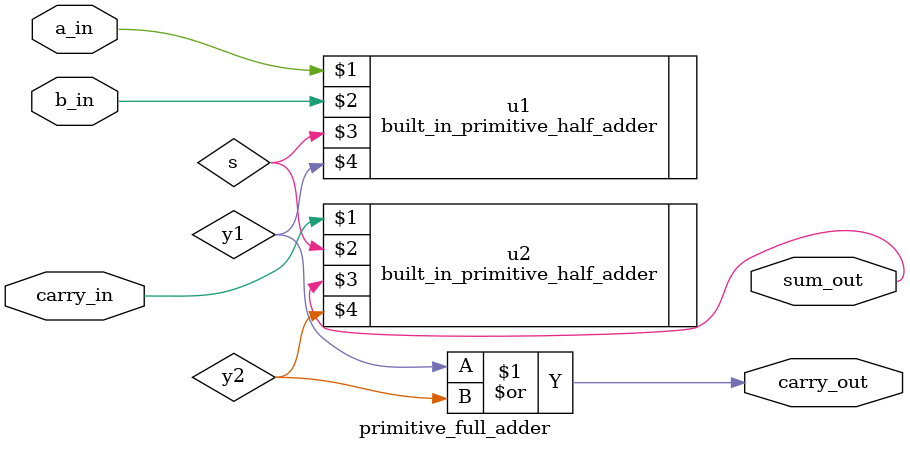
<source format=v>
`timescale 1ns / 1ps


module primitive_full_adder(
    input a_in,
    input b_in,
    input carry_in,
    output sum_out,
    output carry_out
    );
    wire y1,y2,s;
    built_in_primitive_half_adder u1(a_in,b_in,s,y1);
    built_in_primitive_half_adder u2(carry_in,s,sum_out,y2);
    or (carry_out,y1,y2);
endmodule

</source>
